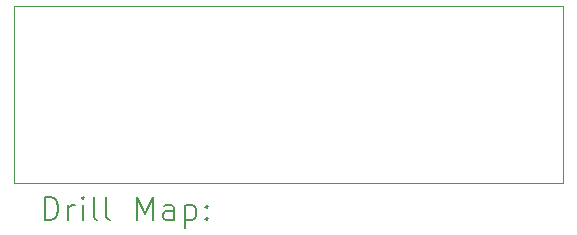
<source format=gbr>
%TF.GenerationSoftware,KiCad,Pcbnew,8.0.5*%
%TF.CreationDate,2024-11-04T14:21:08-06:00*%
%TF.ProjectId,Jack PCB,4a61636b-2050-4434-922e-6b696361645f,rev?*%
%TF.SameCoordinates,Original*%
%TF.FileFunction,Drillmap*%
%TF.FilePolarity,Positive*%
%FSLAX45Y45*%
G04 Gerber Fmt 4.5, Leading zero omitted, Abs format (unit mm)*
G04 Created by KiCad (PCBNEW 8.0.5) date 2024-11-04 14:21:08*
%MOMM*%
%LPD*%
G01*
G04 APERTURE LIST*
%ADD10C,0.050000*%
%ADD11C,0.200000*%
G04 APERTURE END LIST*
D10*
X12900000Y-9400000D02*
X17550000Y-9400000D01*
X17550000Y-10900000D01*
X12900000Y-10900000D01*
X12900000Y-9400000D01*
D11*
X13158277Y-11213984D02*
X13158277Y-11013984D01*
X13158277Y-11013984D02*
X13205896Y-11013984D01*
X13205896Y-11013984D02*
X13234467Y-11023508D01*
X13234467Y-11023508D02*
X13253515Y-11042555D01*
X13253515Y-11042555D02*
X13263039Y-11061603D01*
X13263039Y-11061603D02*
X13272562Y-11099698D01*
X13272562Y-11099698D02*
X13272562Y-11128270D01*
X13272562Y-11128270D02*
X13263039Y-11166365D01*
X13263039Y-11166365D02*
X13253515Y-11185412D01*
X13253515Y-11185412D02*
X13234467Y-11204460D01*
X13234467Y-11204460D02*
X13205896Y-11213984D01*
X13205896Y-11213984D02*
X13158277Y-11213984D01*
X13358277Y-11213984D02*
X13358277Y-11080650D01*
X13358277Y-11118746D02*
X13367801Y-11099698D01*
X13367801Y-11099698D02*
X13377324Y-11090174D01*
X13377324Y-11090174D02*
X13396372Y-11080650D01*
X13396372Y-11080650D02*
X13415420Y-11080650D01*
X13482086Y-11213984D02*
X13482086Y-11080650D01*
X13482086Y-11013984D02*
X13472562Y-11023508D01*
X13472562Y-11023508D02*
X13482086Y-11033031D01*
X13482086Y-11033031D02*
X13491610Y-11023508D01*
X13491610Y-11023508D02*
X13482086Y-11013984D01*
X13482086Y-11013984D02*
X13482086Y-11033031D01*
X13605896Y-11213984D02*
X13586848Y-11204460D01*
X13586848Y-11204460D02*
X13577324Y-11185412D01*
X13577324Y-11185412D02*
X13577324Y-11013984D01*
X13710658Y-11213984D02*
X13691610Y-11204460D01*
X13691610Y-11204460D02*
X13682086Y-11185412D01*
X13682086Y-11185412D02*
X13682086Y-11013984D01*
X13939229Y-11213984D02*
X13939229Y-11013984D01*
X13939229Y-11013984D02*
X14005896Y-11156841D01*
X14005896Y-11156841D02*
X14072562Y-11013984D01*
X14072562Y-11013984D02*
X14072562Y-11213984D01*
X14253515Y-11213984D02*
X14253515Y-11109222D01*
X14253515Y-11109222D02*
X14243991Y-11090174D01*
X14243991Y-11090174D02*
X14224943Y-11080650D01*
X14224943Y-11080650D02*
X14186848Y-11080650D01*
X14186848Y-11080650D02*
X14167801Y-11090174D01*
X14253515Y-11204460D02*
X14234467Y-11213984D01*
X14234467Y-11213984D02*
X14186848Y-11213984D01*
X14186848Y-11213984D02*
X14167801Y-11204460D01*
X14167801Y-11204460D02*
X14158277Y-11185412D01*
X14158277Y-11185412D02*
X14158277Y-11166365D01*
X14158277Y-11166365D02*
X14167801Y-11147317D01*
X14167801Y-11147317D02*
X14186848Y-11137793D01*
X14186848Y-11137793D02*
X14234467Y-11137793D01*
X14234467Y-11137793D02*
X14253515Y-11128270D01*
X14348753Y-11080650D02*
X14348753Y-11280650D01*
X14348753Y-11090174D02*
X14367801Y-11080650D01*
X14367801Y-11080650D02*
X14405896Y-11080650D01*
X14405896Y-11080650D02*
X14424943Y-11090174D01*
X14424943Y-11090174D02*
X14434467Y-11099698D01*
X14434467Y-11099698D02*
X14443991Y-11118746D01*
X14443991Y-11118746D02*
X14443991Y-11175889D01*
X14443991Y-11175889D02*
X14434467Y-11194936D01*
X14434467Y-11194936D02*
X14424943Y-11204460D01*
X14424943Y-11204460D02*
X14405896Y-11213984D01*
X14405896Y-11213984D02*
X14367801Y-11213984D01*
X14367801Y-11213984D02*
X14348753Y-11204460D01*
X14529705Y-11194936D02*
X14539229Y-11204460D01*
X14539229Y-11204460D02*
X14529705Y-11213984D01*
X14529705Y-11213984D02*
X14520182Y-11204460D01*
X14520182Y-11204460D02*
X14529705Y-11194936D01*
X14529705Y-11194936D02*
X14529705Y-11213984D01*
X14529705Y-11090174D02*
X14539229Y-11099698D01*
X14539229Y-11099698D02*
X14529705Y-11109222D01*
X14529705Y-11109222D02*
X14520182Y-11099698D01*
X14520182Y-11099698D02*
X14529705Y-11090174D01*
X14529705Y-11090174D02*
X14529705Y-11109222D01*
M02*

</source>
